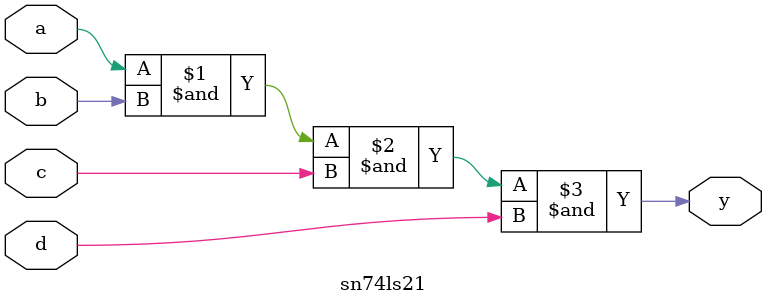
<source format=v>
module sn74ls21(y, a, b, c, d);
input a, b, c, d;
output y;
parameter
	// TI TTL data book Vol 1, 1985
	tPLH_min=0, tPLH_typ=8, tPLH_max=15,
	tPHL_min=0, tPHL_typ=10, tPHL_max=20;

	and #(tPLH_min : tPLH_typ : tPLH_max,
	  tPHL_min : tPHL_typ : tPHL_max)
	(y, a, b, c, d);

endmodule

</source>
